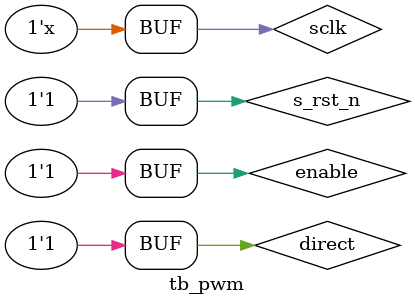
<source format=v>
`timescale      1ns/1ns

module  tb_pwm();

reg                     sclk                    ;
reg                     s_rst_n                 ;
reg                     direct                  ;
reg                     enable                  ;

wire    [ 1:0]          MA                      ; 

initial begin
        sclk    =       1'b1;
        s_rst_n <=      1'b0;
        direct  <=      1'b1;
        enable  <=      1'b0;
        #100
        s_rst_n <=      1'b1;
        enable  <=      1'b1;
end

always  #10     sclk    =       ~sclk;

pwm     pwm_inst(
        .sclk                   (sclk                   ),
        .s_rst_n                (s_rst_n                ),
        .enable                 (enable                 ),
        .direct                 (direct                 ),
        .MA                     (MA                     )
); 

endmodule
</source>
